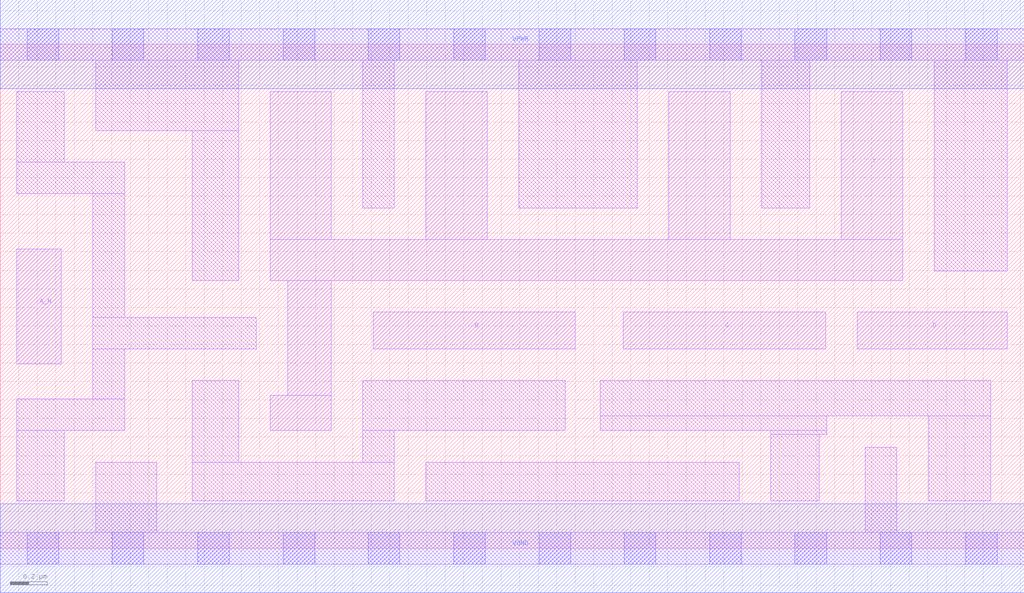
<source format=lef>
# Copyright 2020 The SkyWater PDK Authors
#
# Licensed under the Apache License, Version 2.0 (the "License");
# you may not use this file except in compliance with the License.
# You may obtain a copy of the License at
#
#     https://www.apache.org/licenses/LICENSE-2.0
#
# Unless required by applicable law or agreed to in writing, software
# distributed under the License is distributed on an "AS IS" BASIS,
# WITHOUT WARRANTIES OR CONDITIONS OF ANY KIND, either express or implied.
# See the License for the specific language governing permissions and
# limitations under the License.
#
# SPDX-License-Identifier: Apache-2.0

VERSION 5.7 ;
  NAMESCASESENSITIVE ON ;
  NOWIREEXTENSIONATPIN ON ;
  DIVIDERCHAR "/" ;
  BUSBITCHARS "[]" ;
UNITS
  DATABASE MICRONS 200 ;
END UNITS
MACRO sky130_fd_sc_hd__nand4b_2
  CLASS CORE ;
  SOURCE USER ;
  FOREIGN sky130_fd_sc_hd__nand4b_2 ;
  ORIGIN  0.000000  0.000000 ;
  SIZE  5.520000 BY  2.720000 ;
  SYMMETRY X Y R90 ;
  SITE unithd ;
  PIN A_N
    ANTENNAGATEAREA  0.126000 ;
    DIRECTION INPUT ;
    USE SIGNAL ;
    PORT
      LAYER li1 ;
        RECT 0.090000 0.995000 0.330000 1.615000 ;
    END
  END A_N
  PIN B
    ANTENNAGATEAREA  0.495000 ;
    DIRECTION INPUT ;
    USE SIGNAL ;
    PORT
      LAYER li1 ;
        RECT 2.010000 1.075000 3.100000 1.275000 ;
    END
  END B
  PIN C
    ANTENNAGATEAREA  0.495000 ;
    DIRECTION INPUT ;
    USE SIGNAL ;
    PORT
      LAYER li1 ;
        RECT 3.360000 1.075000 4.450000 1.275000 ;
    END
  END C
  PIN D
    ANTENNAGATEAREA  0.495000 ;
    DIRECTION INPUT ;
    USE SIGNAL ;
    PORT
      LAYER li1 ;
        RECT 4.620000 1.075000 5.430000 1.275000 ;
    END
  END D
  PIN Y
    ANTENNADIFFAREA  1.255500 ;
    DIRECTION OUTPUT ;
    USE SIGNAL ;
    PORT
      LAYER li1 ;
        RECT 1.455000 0.635000 1.785000 0.825000 ;
        RECT 1.455000 1.445000 4.865000 1.665000 ;
        RECT 1.455000 1.665000 1.785000 2.465000 ;
        RECT 1.550000 0.825000 1.785000 1.445000 ;
        RECT 2.295000 1.665000 2.625000 2.465000 ;
        RECT 3.605000 1.665000 3.935000 2.465000 ;
        RECT 4.535000 1.665000 4.865000 2.465000 ;
    END
  END Y
  PIN VGND
    DIRECTION INOUT ;
    SHAPE ABUTMENT ;
    USE GROUND ;
    PORT
      LAYER met1 ;
        RECT 0.000000 -0.240000 5.520000 0.240000 ;
    END
  END VGND
  PIN VPWR
    DIRECTION INOUT ;
    SHAPE ABUTMENT ;
    USE POWER ;
    PORT
      LAYER met1 ;
        RECT 0.000000 2.480000 5.520000 2.960000 ;
    END
  END VPWR
  OBS
    LAYER li1 ;
      RECT 0.000000 -0.085000 5.520000 0.085000 ;
      RECT 0.000000  2.635000 5.520000 2.805000 ;
      RECT 0.090000  0.255000 0.345000 0.635000 ;
      RECT 0.090000  0.635000 0.670000 0.805000 ;
      RECT 0.090000  1.915000 0.670000 2.085000 ;
      RECT 0.090000  2.085000 0.345000 2.465000 ;
      RECT 0.500000  0.805000 0.670000 1.075000 ;
      RECT 0.500000  1.075000 1.380000 1.245000 ;
      RECT 0.500000  1.245000 0.670000 1.915000 ;
      RECT 0.515000  0.085000 0.845000 0.465000 ;
      RECT 0.515000  2.255000 1.285000 2.635000 ;
      RECT 1.035000  0.255000 2.125000 0.465000 ;
      RECT 1.035000  0.465000 1.285000 0.905000 ;
      RECT 1.035000  1.445000 1.285000 2.255000 ;
      RECT 1.955000  0.465000 2.125000 0.635000 ;
      RECT 1.955000  0.635000 3.045000 0.905000 ;
      RECT 1.955000  1.835000 2.125000 2.635000 ;
      RECT 2.295000  0.255000 3.985000 0.465000 ;
      RECT 2.795000  1.835000 3.435000 2.635000 ;
      RECT 3.235000  0.635000 4.455000 0.715000 ;
      RECT 3.235000  0.715000 5.340000 0.905000 ;
      RECT 4.105000  1.835000 4.365000 2.635000 ;
      RECT 4.155000  0.255000 4.415000 0.615000 ;
      RECT 4.155000  0.615000 4.455000 0.635000 ;
      RECT 4.665000  0.085000 4.835000 0.545000 ;
      RECT 5.005000  0.255000 5.340000 0.715000 ;
      RECT 5.035000  1.495000 5.430000 2.635000 ;
    LAYER mcon ;
      RECT 0.145000 -0.085000 0.315000 0.085000 ;
      RECT 0.145000  2.635000 0.315000 2.805000 ;
      RECT 0.605000 -0.085000 0.775000 0.085000 ;
      RECT 0.605000  2.635000 0.775000 2.805000 ;
      RECT 1.065000 -0.085000 1.235000 0.085000 ;
      RECT 1.065000  2.635000 1.235000 2.805000 ;
      RECT 1.525000 -0.085000 1.695000 0.085000 ;
      RECT 1.525000  2.635000 1.695000 2.805000 ;
      RECT 1.985000 -0.085000 2.155000 0.085000 ;
      RECT 1.985000  2.635000 2.155000 2.805000 ;
      RECT 2.445000 -0.085000 2.615000 0.085000 ;
      RECT 2.445000  2.635000 2.615000 2.805000 ;
      RECT 2.905000 -0.085000 3.075000 0.085000 ;
      RECT 2.905000  2.635000 3.075000 2.805000 ;
      RECT 3.365000 -0.085000 3.535000 0.085000 ;
      RECT 3.365000  2.635000 3.535000 2.805000 ;
      RECT 3.825000 -0.085000 3.995000 0.085000 ;
      RECT 3.825000  2.635000 3.995000 2.805000 ;
      RECT 4.285000 -0.085000 4.455000 0.085000 ;
      RECT 4.285000  2.635000 4.455000 2.805000 ;
      RECT 4.745000 -0.085000 4.915000 0.085000 ;
      RECT 4.745000  2.635000 4.915000 2.805000 ;
      RECT 5.205000 -0.085000 5.375000 0.085000 ;
      RECT 5.205000  2.635000 5.375000 2.805000 ;
  END
END sky130_fd_sc_hd__nand4b_2
END LIBRARY

</source>
